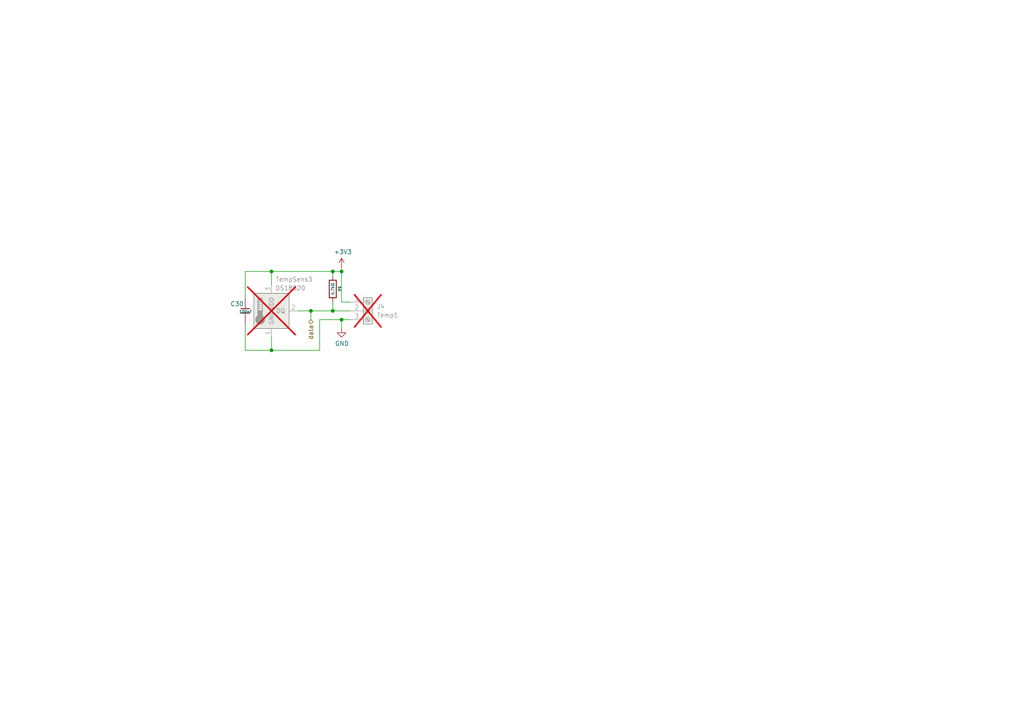
<source format=kicad_sch>
(kicad_sch (version 20250114) (generator "eeschema") (generator_version "9.0")
  (paper "A4")
  (lib_symbols
    (symbol "Connector:Screw_Terminal_01x03" (pin_names (offset 1.016) (hide yes))
      (property "Reference" "J" (at 0 5.08 0))
      (property "Value" "Screw_Terminal_01x03" (at 0 -5.08 0))
      (symbol "Screw_Terminal_01x03_1_1"
        (rectangle (start -1.27 3.81) (end 1.27 -3.81) (stroke (width 0.254)) (fill (type background)))
        (polyline (pts (xy -0.5334 2.8702) (xy 0.3302 2.032)) (stroke (width 0.1524)))
        (polyline (pts (xy -0.5334 0.3302) (xy 0.3302 -0.508)) (stroke (width 0.1524)))
        (polyline (pts (xy -0.5334 -2.2098) (xy 0.3302 -3.048)) (stroke (width 0.1524)))
        (polyline (pts (xy -0.3556 3.048) (xy 0.508 2.2098)) (stroke (width 0.1524)))
        (polyline (pts (xy -0.3556 0.508) (xy 0.508 -0.3302)) (stroke (width 0.1524)))
        (polyline (pts (xy -0.3556 -2.032) (xy 0.508 -2.8702)) (stroke (width 0.1524)))
        (circle (center 0 2.54) (radius 0.635) (stroke (width 0.1524)))
        (circle (center 0 0) (radius 0.635) (stroke (width 0.1524)))
        (circle (center 0 -2.54) (radius 0.635) (stroke (width 0.1524)))
        (pin passive line (at -5.08 2.54 0) (length 3.81) (name "Pin_1") (number "1"))
        (pin passive line (at -5.08 0 0) (length 3.81) (name "Pin_2") (number "2"))
        (pin passive line (at -5.08 -2.54 0) (length 3.81) (name "Pin_3") (number "3"))
      )
    )
    (symbol "PCM_JLCPCB-Capacitors:0603,100nF" (pin_numbers (hide yes)) (pin_names (offset 0))
      (property "Reference" "C" (at 2.032 1.668 0))
      (property "Value" "100nF" (at 2.032 -0.3782 0))
      (property "Voltage Rated" "50V" (at 2.032 -2.0462 0))
      (symbol "0603,100nF_0_1"
        (polyline (pts (xy -1.27 0.635) (xy 1.27 0.635)) (stroke (width 0.254)))
        (polyline (pts (xy -1.27 -0.635) (xy 1.27 -0.635)) (stroke (width 0.254)))
      )
      (symbol "0603,100nF_1_1"
        (pin passive line (at 0 3.81 270) (length 3.175) (name "~") (number "1"))
        (pin passive line (at 0 -3.81 90) (length 3.175) (name "~") (number "2"))
      )
    )
    (symbol "PCM_JLCPCB-Resistors:0402,4.7kΩ" (pin_numbers (hide yes)) (pin_names (offset 0))
      (property "Reference" "R" (at 1.778 0 0))
      (property "Value" "4.7kΩ" (at 0 0 90))
      (symbol "0402,4.7kΩ_0_1"
        (rectangle (start -1.016 2.54) (end 1.016 -2.54) (stroke (width 0.254)))
      )
      (symbol "0402,4.7kΩ_1_1"
        (pin passive line (at 0 3.81 270) (length 1.27) (name "~") (number "1"))
        (pin passive line (at 0 -3.81 90) (length 1.27) (name "~") (number "2"))
      )
    )
    (symbol "coroam_brains-rescue:+3.3V-power" (power) (pin_names (offset 0))
      (property "Value" "+3.3V-power" (at 0 3.556 0))
      (symbol "+3.3V-power_0_1"
        (polyline (pts (xy -0.762 1.27) (xy 0 2.54)))
        (polyline (pts (xy 0 2.54) (xy 0.762 1.27)))
        (polyline (pts (xy 0 0) (xy 0 2.54)))
      )
      (symbol "+3.3V-power_1_1"
        (pin power_in line (at 0 0 90) (length 0) (hide yes) (name "+3V3") (number "1"))
      )
    )
    (symbol "coroam_brains-rescue:DS18B20-Sensor_Temperature" (pin_names (offset 1.016))
      (property "Reference" "U" (at -3.81 6.35 0))
      (property "Value" "DS18B20-Sensor_Temperature" (at 6.35 6.35 0))
      (symbol "DS18B20-Sensor_Temperature_0_1"
        (rectangle (start -5.08 5.08) (end 5.08 -5.08) (stroke (width 0.254)) (fill (type background)))
        (polyline (pts (xy -3.937 3.175) (xy -3.937 0)) (stroke (width 0.254)))
        (polyline (pts (xy -3.937 3.175) (xy -3.302 3.175)) (stroke (width 0.254)))
        (polyline (pts (xy -3.937 2.54) (xy -3.302 2.54)) (stroke (width 0.254)))
        (polyline (pts (xy -3.937 1.905) (xy -3.302 1.905)) (stroke (width 0.254)))
        (polyline (pts (xy -3.937 1.27) (xy -3.302 1.27)) (stroke (width 0.254)))
        (polyline (pts (xy -3.937 0.635) (xy -3.302 0.635)) (stroke (width 0.254)))
        (arc (start -3.937 3.175) (mid -3.302 3.81) (end -2.667 3.175) (stroke (width 0.254)))
        (circle (center -3.302 -2.54) (radius 1.27) (stroke (width 0.254)) (fill (type outline)))
        (polyline (pts (xy -2.667 3.175) (xy -2.667 0)) (stroke (width 0.254)))
        (rectangle (start -2.667 -1.905) (end -3.937 0) (stroke (width 0.254)) (fill (type outline)))
      )
      (symbol "DS18B20-Sensor_Temperature_1_1"
        (pin power_in line (at 0 7.62 270) (length 2.54) (name "VDD") (number "3"))
        (pin power_in line (at 0 -7.62 90) (length 2.54) (name "GND") (number "1"))
        (pin bidirectional line (at 7.62 0 180) (length 2.54) (name "DQ") (number "2"))
      )
    )
    (symbol "coroam_brains-rescue:GND-power" (power) (pin_names (offset 0))
      (property "Value" "GND-power" (at 0 -3.81 0))
      (symbol "GND-power_0_1"
        (polyline (pts (xy 0 0) (xy 0 -1.27) (xy 1.27 -1.27) (xy 0 -2.54) (xy -1.27 -1.27) (xy 0 -1.27)))
      )
      (symbol "GND-power_1_1"
        (pin power_in line (at 0 0 270) (length 0) (hide yes) (name "GND") (number "1"))
      )
    )
  )
  (junction (at 90.17 90.17))
  (junction (at 99.06 78.74))
  (junction (at 99.06 92.71))
  (junction (at 96.52 78.74))
  (junction (at 96.52 90.17))
  (junction (at 78.74 78.74))
  (junction (at 78.74 101.6))
  (wire (pts (xy 101.6 90.17) (xy 96.52 90.17)))
  (wire (pts (xy 99.06 77.47) (xy 99.06 78.74)))
  (wire (pts (xy 96.52 80.01) (xy 96.52 78.74)))
  (wire (pts (xy 92.71 101.6) (xy 92.71 92.71)))
  (wire (pts (xy 86.36 90.17) (xy 90.17 90.17)))
  (wire (pts (xy 101.6 92.71) (xy 99.06 92.71)))
  (wire (pts (xy 99.06 92.71) (xy 99.06 95.25)))
  (wire (pts (xy 71.12 101.6) (xy 78.74 101.6)))
  (wire (pts (xy 96.52 90.17) (xy 96.52 87.63)))
  (wire (pts (xy 78.74 101.6) (xy 92.71 101.6)))
  (wire (pts (xy 96.52 78.74) (xy 99.06 78.74)))
  (wire (pts (xy 99.06 87.63) (xy 101.6 87.63)))
  (wire (pts (xy 90.17 92.71) (xy 90.17 90.17)))
  (wire (pts (xy 78.74 78.74) (xy 96.52 78.74)))
  (wire (pts (xy 99.06 78.74) (xy 99.06 87.63)))
  (wire (pts (xy 71.12 93.98) (xy 71.12 101.6)))
  (wire (pts (xy 90.17 90.17) (xy 96.52 90.17)))
  (wire (pts (xy 99.06 92.71) (xy 92.71 92.71)))
  (wire (pts (xy 78.74 82.55) (xy 78.74 78.74)))
  (wire (pts (xy 78.74 78.74) (xy 71.12 78.74)))
  (wire (pts (xy 71.12 78.74) (xy 71.12 86.36)))
  (wire (pts (xy 78.74 97.79) (xy 78.74 101.6)))
  (hierarchical_label "data" (shape bidirectional) (at 90.17 92.71 270))
  (symbol (lib_id "coroam_brains-rescue:+3.3V-power") (at 99.06 77.47 0) (unit 1)
    (property "Reference" "#PWR016" (effects (hide yes)))
    (property "Value" "+3V3" (at 99.441 73.0758 0))
    (instances (project "onlyfins" (path "" (reference "#PWR025") (unit 1)) (path "" (reference "#PWR016") (unit 1)) (path "" (reference "#PWR027") (unit 1)) (path "" (reference "#PWR018") (unit 1))))
  )
  (symbol (lib_id "Connector:Screw_Terminal_01x03") (at 106.68 90.17 0) (unit 1) (dnp yes)
    (property "Reference" "J1" (at 109.22 88.8999 0) (effects (justify left)))
    (property "Value" "Temp1" (at 109.22 91.4399 0) (effects (justify left)))
    (property "Footprint" "TerminalBlock_4Ucon:TerminalBlock_4Ucon_1x03_P3.50mm_Horizontal" (effects (hide yes)))
    (property "Description" "Generic screw terminal, single row, 01x03, script generated (kicad-library-utils/schlib/autogen/connector/)" (effects (hide yes)))
    (instances (project "onlyfins" (path "" (reference "J4") (unit 1)) (path "" (reference "J1") (unit 1)) (path "" (reference "J5") (unit 1)) (path "" (reference "J3") (unit 1))))
  )
  (symbol (lib_id "PCM_JLCPCB-Capacitors:0603,100nF") (at 71.12 90.17 0) (unit 1)
    (property "Reference" "C28" (at 66.802 88.138 0) (effects (justify left)))
    (property "Value" "100nF" (at 69.342 90.424 0) (effects (font (size 0.8 0.8)) (justify left)))
    (property "Footprint" "PCM_JLCPCB:C_0603" (effects (hide yes)))
    (property "Datasheet" "https://www.lcsc.com/datasheet/lcsc_datasheet_2211101700_YAGEO-CC0603KRX7R9BB104_C14663.pdf" (effects (hide yes)))
    (property "Description" "50V 100nF X7R ±10% 0603 Multilayer Ceramic Capacitors MLCC - SMD/SMT ROHS" (effects (hide yes)))
    (property "LCSC" "C14663" (effects (hide yes)))
    (property "Stock" "70324515" (effects (hide yes)))
    (property "Price" "0.006USD" (effects (hide yes)))
    (property "Process" "SMT" (effects (hide yes)))
    (property "Minimum Qty" "20" (effects (hide yes)))
    (property "Attrition Qty" "10" (effects (hide yes)))
    (property "Class" "Basic Component" (effects (hide yes)))
    (property "Category" "Capacitors,Multilayer Ceramic Capacitors MLCC - SMD/SMT" (effects (hide yes)))
    (property "Manufacturer" "YAGEO" (effects (hide yes)))
    (property "Part" "CC0603KRX7R9BB104" (effects (hide yes)))
    (property "Voltage Rated" "50V" (effects (hide yes)))
    (property "Tolerance" "±10%" (effects (hide yes)))
    (property "Capacitance" "100nF" (effects (hide yes)))
    (property "Temperature Coefficient" "X7R" (effects (hide yes)))
    (instances (project "onlyfins" (path "" (reference "C30") (unit 1)) (path "" (reference "C28") (unit 1)) (path "" (reference "C31") (unit 1)) (path "" (reference "C29") (unit 1))))
  )
  (symbol (lib_id "PCM_JLCPCB-Resistors:0402,4.7kΩ") (at 96.52 83.82 0) (unit 1)
    (property "Reference" "R7" (at 98.552 84.582 90) (effects (font (size 0.762 0.762)) (justify left)))
    (property "Value" "4.7kΩ" (at 96.52 83.82 90) (effects (font (size 0.8 0.8))))
    (property "Footprint" "PCM_JLCPCB:R_0402" (effects (hide yes)))
    (property "Datasheet" "https://www.lcsc.com/datasheet/lcsc_datasheet_2206010045_UNI-ROYAL-Uniroyal-Elec-0402WGF4701TCE_C25900.pdf" (effects (hide yes)))
    (property "Description" "62.5mW Thick Film Resistors 50V ±100ppm/°C ±1% 4.7kΩ 0402 Chip Resistor - Surface Mount ROHS" (effects (hide yes)))
    (property "LCSC" "C25900" (effects (hide yes)))
    (property "Stock" "7644059" (effects (hide yes)))
    (property "Price" "0.004USD" (effects (hide yes)))
    (property "Process" "SMT" (effects (hide yes)))
    (property "Minimum Qty" "20" (effects (hide yes)))
    (property "Attrition Qty" "10" (effects (hide yes)))
    (property "Class" "Basic Component" (effects (hide yes)))
    (property "Category" "Resistors,Chip Resistor - Surface Mount" (effects (hide yes)))
    (property "Manufacturer" "UNI-ROYAL(Uniroyal Elec)" (effects (hide yes)))
    (property "Part" "0402WGF4701TCE" (effects (hide yes)))
    (property "Resistance" "4.7kΩ" (effects (hide yes)))
    (property "Power(Watts)" "62.5mW" (effects (hide yes)))
    (property "Type" "Thick Film Resistors" (effects (hide yes)))
    (property "Overload Voltage (Max)" "50V" (effects (hide yes)))
    (property "Operating Temperature Range" "-55°C~+155°C" (effects (hide yes)))
    (property "Tolerance" "±1%" (effects (hide yes)))
    (property "Temperature Coefficient" "±100ppm/°C" (effects (hide yes)))
    (instances (project "onlyfins" (path "" (reference "R9") (unit 1)) (path "" (reference "R7") (unit 1)) (path "" (reference "R10") (unit 1)) (path "" (reference "R8") (unit 1))))
  )
  (symbol (lib_id "coroam_brains-rescue:DS18B20-Sensor_Temperature") (at 78.74 90.17 0) (unit 1) (on_board no) (dnp yes)
    (property "Reference" "TempSens1" (at 90.678 81.026 0) (effects (justify right)))
    (property "Value" "DS18B20" (at 88.646 83.566 0) (effects (justify right)))
    (property "Footprint" "Package_TO_SOT_THT:TO-92_Inline" (effects (hide yes)))
    (property "Datasheet" "http://datasheets.maximintegrated.com/en/ds/DS18B20.pdf" (effects (hide yes)))
    (instances (project "onlyfins" (path "" (reference "TempSens3") (unit 1)) (path "" (reference "TempSens1") (unit 1)) (path "" (reference "TempSens4") (unit 1)) (path "" (reference "TempSens2") (unit 1))))
  )
  (symbol (lib_id "coroam_brains-rescue:GND-power") (at 99.06 95.25 0) (unit 1)
    (property "Reference" "#PWR014" (effects (hide yes)))
    (property "Value" "GND" (at 99.187 99.6442 0))
    (instances (project "onlyfins" (path "" (reference "#PWR026") (unit 1)) (path "" (reference "#PWR014") (unit 1)) (path "" (reference "#PWR028") (unit 1)) (path "" (reference "#PWR024") (unit 1))))
  )
)
</source>
